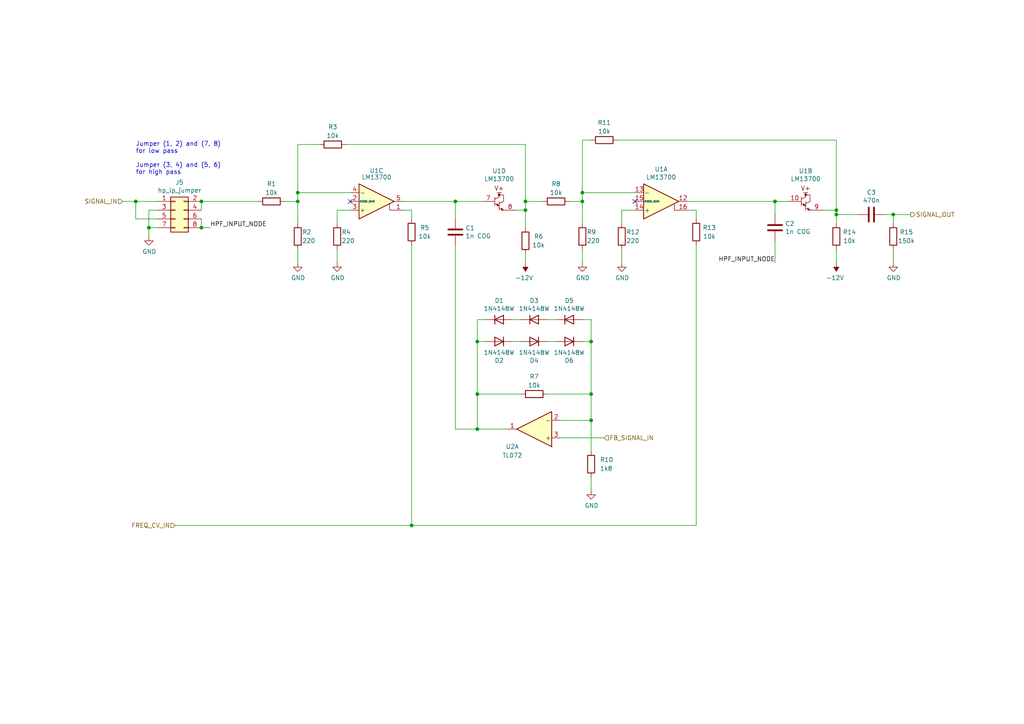
<source format=kicad_sch>
(kicad_sch (version 20211123) (generator eeschema)
  (paper "A4")
  (title_block (title "Late MS20 VCF plug-in board") (date "2022-07-29") (rev "0.1") (comment 1 "creativecommons.org/licenses/by/4.0/") (comment 2 "License: CC by 4.0") (comment 3 "Author: Jordan Aceto"))
  (lib_symbols
    (symbol "Amplifier_Operational:LM13700" (pin_names (offset 0.127))
      (property "Reference" "U" (at 3.81 5.08 0))
      (property "Value" "LM13700" (at 5.08 -5.08 0))
      (symbol "LM13700_1_1"
        (polyline (pts (xy 3.81 -0.635) (xy 3.81 -2.54) (xy 5.08 -2.54)))
        (polyline (pts (xy 5.08 0) (xy -5.08 -5.08) (xy -5.08 5.08) (xy 5.08 0)) (stroke (width 0.254)) (fill (type background)))
        (pin output line (at 7.62 0 180) (length 2.54) (name "~") (number "12"))
        (pin input line (at -7.62 2.54 0) (length 2.54) (name "-") (number "13"))
        (pin input line (at -7.62 -2.54 0) (length 2.54) (name "+") (number "14"))
        (pin input line (at -7.62 0 0) (length 2.54) (name "DIODE_BIAS") (number "15"))
        (pin input line (at 7.62 -2.54 180) (length 2.54) (name "~") (number "16"))
      )
      (symbol "LM13700_2_0"
        (polyline (pts (xy -1.905 2.54) (xy -3.175 2.54)))
      )
      (symbol "LM13700_2_1"
        (circle (center -2.54 1.905) (radius 0.254) (stroke (width 0.254)) (fill (type outline)))
        (polyline (pts (xy -3.81 -0.635) (xy -2.54 -1.27)))
        (polyline (pts (xy -3.81 1.27) (xy -3.81 -1.27)))
        (polyline (pts (xy -2.54 -1.905) (xy -1.27 -2.54)))
        (polyline (pts (xy -2.54 0) (xy -2.54 -2.54)))
        (polyline (pts (xy -3.81 0.635) (xy -2.54 1.27) (xy -2.54 1.905) (xy -2.54 2.54)))
        (polyline (pts (xy -2.54 -1.27) (xy -3.175 -0.635) (xy -3.175 -1.27) (xy -2.54 -1.27)) (fill (type outline)))
        (polyline (pts (xy -2.54 -0.635) (xy -1.27 0) (xy -1.27 1.905) (xy -2.54 1.905)))
        (polyline (pts (xy -1.27 -2.54) (xy -1.905 -1.905) (xy -1.905 -2.54) (xy -1.27 -2.54)) (fill (type outline)))
        (text "V+" (at -2.54 3.81 0) (effects (font (size 1.27 1.27))))
        (pin input line (at -7.62 0 0) (length 3.81) (name "~") (number "10"))
        (pin output line (at 2.54 -2.54 180) (length 3.81) (name "~") (number "9"))
      )
      (symbol "LM13700_3_1"
        (polyline (pts (xy 3.81 -0.635) (xy 3.81 -2.54) (xy 5.08 -2.54)))
        (polyline (pts (xy 5.08 0) (xy -5.08 -5.08) (xy -5.08 5.08) (xy 5.08 0)) (stroke (width 0.254)) (fill (type background)))
        (pin input line (at 7.62 -2.54 180) (length 2.54) (name "~") (number "1"))
        (pin input line (at -7.62 0 0) (length 2.54) (name "DIODE_BIAS") (number "2"))
        (pin input line (at -7.62 -2.54 0) (length 2.54) (name "+") (number "3"))
        (pin input line (at -7.62 2.54 0) (length 2.54) (name "-") (number "4"))
        (pin output line (at 7.62 0 180) (length 2.54) (name "~") (number "5"))
      )
      (symbol "LM13700_4_0"
        (polyline (pts (xy -3.175 2.54) (xy -1.905 2.54)))
        (text "V+" (at -2.54 3.81 0) (effects (font (size 1.27 1.27))))
      )
      (symbol "LM13700_4_1"
        (circle (center -2.54 1.905) (radius 0.254) (stroke (width 0.254)) (fill (type outline)))
        (polyline (pts (xy -3.81 -0.635) (xy -2.54 -1.27)))
        (polyline (pts (xy -3.81 1.27) (xy -3.81 -1.27)))
        (polyline (pts (xy -2.54 -1.905) (xy -1.27 -2.54)))
        (polyline (pts (xy -2.54 0) (xy -2.54 -2.54)))
        (polyline (pts (xy -3.81 0.635) (xy -2.54 1.27) (xy -2.54 2.54)))
        (polyline (pts (xy -2.54 -1.27) (xy -3.175 -0.635) (xy -3.175 -1.27) (xy -2.54 -1.27)) (fill (type outline)))
        (polyline (pts (xy -2.54 -0.635) (xy -1.27 0) (xy -1.27 1.905) (xy -2.54 1.905)))
        (polyline (pts (xy -1.27 -2.54) (xy -1.905 -1.905) (xy -1.905 -2.54) (xy -1.27 -2.54)) (fill (type outline)))
        (pin input line (at -7.62 0 0) (length 3.81) (name "~") (number "7"))
        (pin output line (at 2.54 -2.54 180) (length 3.81) (name "~") (number "8"))
      )
      (symbol "LM13700_5_1"
        (pin power_in line (at -2.54 7.62 270) (length 3.81) (name "V+") (number "11"))
        (pin power_in line (at -2.54 -7.62 90) (length 3.81) (name "V-") (number "6"))
      )
    )
    (symbol "Amplifier_Operational:TL072" (pin_names (offset 0.127))
      (property "Reference" "U" (at 0 5.08 0))
      (property "Value" "TL072" (at 0 -5.08 0))
      (symbol "TL072_1_1"
        (polyline (pts (xy -5.08 5.08) (xy 5.08 0) (xy -5.08 -5.08) (xy -5.08 5.08)) (stroke (width 0.254)) (fill (type background)))
        (pin output line (at 7.62 0 180) (length 2.54) (name "~") (number "1"))
        (pin input line (at -7.62 -2.54 0) (length 2.54) (name "-") (number "2"))
        (pin input line (at -7.62 2.54 0) (length 2.54) (name "+") (number "3"))
      )
      (symbol "TL072_2_1"
        (polyline (pts (xy -5.08 5.08) (xy 5.08 0) (xy -5.08 -5.08) (xy -5.08 5.08)) (stroke (width 0.254)) (fill (type background)))
        (pin input line (at -7.62 2.54 0) (length 2.54) (name "+") (number "5"))
        (pin input line (at -7.62 -2.54 0) (length 2.54) (name "-") (number "6"))
        (pin output line (at 7.62 0 180) (length 2.54) (name "~") (number "7"))
      )
      (symbol "TL072_3_1"
        (pin power_in line (at -2.54 -7.62 90) (length 3.81) (name "V-") (number "4"))
        (pin power_in line (at -2.54 7.62 270) (length 3.81) (name "V+") (number "8"))
      )
    )
    (symbol "Connector_Generic:Conn_02x04_Odd_Even" (pin_names (offset 1.016) hide)
      (property "Reference" "J" (at 1.27 5.08 0))
      (property "Value" "Conn_02x04_Odd_Even" (at 1.27 -7.62 0))
      (symbol "Conn_02x04_Odd_Even_1_1"
        (rectangle (start -1.27 -4.953) (end 0 -5.207) (stroke (width 0.1524)))
        (rectangle (start -1.27 -2.413) (end 0 -2.667) (stroke (width 0.1524)))
        (rectangle (start -1.27 0.127) (end 0 -0.127) (stroke (width 0.1524)))
        (rectangle (start -1.27 2.667) (end 0 2.413) (stroke (width 0.1524)))
        (rectangle (start -1.27 3.81) (end 3.81 -6.35) (stroke (width 0.254)) (fill (type background)))
        (rectangle (start 3.81 -4.953) (end 2.54 -5.207) (stroke (width 0.1524)))
        (rectangle (start 3.81 -2.413) (end 2.54 -2.667) (stroke (width 0.1524)))
        (rectangle (start 3.81 0.127) (end 2.54 -0.127) (stroke (width 0.1524)))
        (rectangle (start 3.81 2.667) (end 2.54 2.413) (stroke (width 0.1524)))
        (pin passive line (at -5.08 2.54 0) (length 3.81) (name "Pin_1") (number "1"))
        (pin passive line (at 7.62 2.54 180) (length 3.81) (name "Pin_2") (number "2"))
        (pin passive line (at -5.08 0 0) (length 3.81) (name "Pin_3") (number "3"))
        (pin passive line (at 7.62 0 180) (length 3.81) (name "Pin_4") (number "4"))
        (pin passive line (at -5.08 -2.54 0) (length 3.81) (name "Pin_5") (number "5"))
        (pin passive line (at 7.62 -2.54 180) (length 3.81) (name "Pin_6") (number "6"))
        (pin passive line (at -5.08 -5.08 0) (length 3.81) (name "Pin_7") (number "7"))
        (pin passive line (at 7.62 -5.08 180) (length 3.81) (name "Pin_8") (number "8"))
      )
    )
    (symbol "Device:C" (pin_numbers hide) (pin_names (offset 0.254))
      (property "Reference" "C" (at 0.635 2.54 0))
      (property "Value" "C" (at 0.635 -2.54 0))
      (symbol "C_0_1"
        (polyline (pts (xy -2.032 -0.762) (xy 2.032 -0.762)) (stroke (width 0.508)))
        (polyline (pts (xy -2.032 0.762) (xy 2.032 0.762)) (stroke (width 0.508)))
      )
      (symbol "C_1_1"
        (pin passive line (at 0 3.81 270) (length 2.794) (name "~") (number "1"))
        (pin passive line (at 0 -3.81 90) (length 2.794) (name "~") (number "2"))
      )
    )
    (symbol "Device:R" (pin_numbers hide) (pin_names (offset 0))
      (property "Reference" "R" (at 2.032 0 90))
      (property "Value" "R" (at 0 0 90))
      (symbol "R_0_1"
        (rectangle (start -1.016 -2.54) (end 1.016 2.54) (stroke (width 0.254)))
      )
      (symbol "R_1_1"
        (pin passive line (at 0 3.81 270) (length 1.27) (name "~") (number "1"))
        (pin passive line (at 0 -3.81 90) (length 1.27) (name "~") (number "2"))
      )
    )
    (symbol "Diode:1N4148W" (pin_numbers hide) (pin_names (offset 1.016) hide)
      (property "Reference" "D" (at 0 2.54 0))
      (property "Value" "1N4148W" (at 0 -2.54 0))
      (symbol "1N4148W_0_1"
        (polyline (pts (xy -1.27 1.27) (xy -1.27 -1.27)) (stroke (width 0.254)))
        (polyline (pts (xy 1.27 0) (xy -1.27 0)))
        (polyline (pts (xy 1.27 1.27) (xy 1.27 -1.27) (xy -1.27 0) (xy 1.27 1.27)) (stroke (width 0.254)))
      )
      (symbol "1N4148W_1_1"
        (pin passive line (at -3.81 0 0) (length 2.54) (name "K") (number "1"))
        (pin passive line (at 3.81 0 180) (length 2.54) (name "A") (number "2"))
      )
    )
    (symbol "power:-12V" (power) (pin_names (offset 0))
      (property "Value" "-12V" (at 0 3.81 0))
      (symbol "-12V_0_0"
        (pin power_in line (at 0 0 90) (length 0) hide (name "-12V") (number "1"))
      )
      (symbol "-12V_0_1"
        (polyline (pts (xy 0 0) (xy 0 1.27) (xy 0.762 1.27) (xy 0 2.54) (xy -0.762 1.27) (xy 0 1.27)) (fill (type outline)))
      )
    )
    (symbol "power:GND" (power) (pin_names (offset 0))
      (property "Value" "GND" (at 0 -3.81 0))
      (symbol "GND_0_1"
        (polyline (pts (xy 0 0) (xy 0 -1.27) (xy 1.27 -1.27) (xy 0 -2.54) (xy -1.27 -1.27) (xy 0 -1.27)))
      )
      (symbol "GND_1_1"
        (pin power_in line (at 0 0 270) (length 0) hide (name "GND") (number "1"))
      )
    )
  )
  (junction (at 43.18 66.04))
  (junction (at 119.38 152.4))
  (junction (at 259.08 62.23))
  (junction (at 224.79 58.42))
  (junction (at 138.43 99.06))
  (junction (at 171.45 121.92))
  (junction (at 168.91 58.42))
  (junction (at 86.36 55.88))
  (junction (at 242.57 62.23))
  (junction (at 171.45 99.06))
  (junction (at 138.43 124.46))
  (junction (at 58.42 58.42))
  (junction (at 58.42 66.04))
  (junction (at 86.36 58.42))
  (junction (at 138.43 114.3))
  (junction (at 39.37 58.42))
  (junction (at 171.45 114.3))
  (junction (at 152.4 58.42))
  (junction (at 242.57 60.96))
  (junction (at 132.08 58.42))
  (junction (at 168.91 55.88))
  (junction (at 152.4 60.96))
  (no_connect (at 184.15 58.42))
  (no_connect (at 101.6 58.42))
  (wire (pts (xy 180.34 72.39) (xy 180.34 76.2)))
  (wire (pts (xy 171.45 121.92) (xy 171.45 114.3)))
  (wire (pts (xy 43.18 66.04) (xy 45.72 66.04)))
  (wire (pts (xy 39.37 63.5) (xy 39.37 58.42)))
  (wire (pts (xy 242.57 64.77) (xy 242.57 62.23)))
  (wire (pts (xy 162.56 121.92) (xy 171.45 121.92)))
  (wire (pts (xy 180.34 64.77) (xy 180.34 60.96)))
  (wire (pts (xy 86.36 41.91) (xy 86.36 55.88)))
  (wire (pts (xy 58.42 58.42) (xy 58.42 60.96)))
  (wire (pts (xy 119.38 60.96) (xy 116.84 60.96)))
  (wire (pts (xy 152.4 60.96) (xy 149.86 60.96)))
  (wire (pts (xy 119.38 152.4) (xy 201.93 152.4)))
  (wire (pts (xy 180.34 60.96) (xy 184.15 60.96)))
  (wire (pts (xy 86.36 64.77) (xy 86.36 58.42)))
  (wire (pts (xy 201.93 60.96) (xy 199.39 60.96)))
  (wire (pts (xy 132.08 124.46) (xy 132.08 71.12)))
  (wire (pts (xy 119.38 71.12) (xy 119.38 152.4)))
  (wire (pts (xy 171.45 92.71) (xy 171.45 99.06)))
  (wire (pts (xy 171.45 40.64) (xy 168.91 40.64)))
  (wire (pts (xy 259.08 72.39) (xy 259.08 76.2)))
  (wire (pts (xy 264.16 62.23) (xy 259.08 62.23)))
  (wire (pts (xy 242.57 60.96) (xy 238.76 60.96)))
  (wire (pts (xy 168.91 72.39) (xy 168.91 76.2)))
  (wire (pts (xy 139.7 58.42) (xy 132.08 58.42)))
  (wire (pts (xy 151.13 99.06) (xy 148.59 99.06)))
  (wire (pts (xy 228.6 58.42) (xy 224.79 58.42)))
  (wire (pts (xy 152.4 41.91) (xy 100.33 41.91)))
  (wire (pts (xy 224.79 69.85) (xy 224.79 76.2)))
  (wire (pts (xy 86.36 58.42) (xy 86.36 55.88)))
  (wire (pts (xy 168.91 55.88) (xy 184.15 55.88)))
  (wire (pts (xy 97.79 72.39) (xy 97.79 76.2)))
  (wire (pts (xy 224.79 62.23) (xy 224.79 58.42)))
  (wire (pts (xy 58.42 63.5) (xy 58.42 66.04)))
  (wire (pts (xy 138.43 124.46) (xy 147.32 124.46)))
  (wire (pts (xy 152.4 60.96) (xy 152.4 66.04)))
  (wire (pts (xy 43.18 68.58) (xy 43.18 66.04)))
  (wire (pts (xy 165.1 58.42) (xy 168.91 58.42)))
  (wire (pts (xy 168.91 40.64) (xy 168.91 55.88)))
  (wire (pts (xy 119.38 63.5) (xy 119.38 60.96)))
  (wire (pts (xy 248.92 62.23) (xy 242.57 62.23)))
  (wire (pts (xy 168.91 99.06) (xy 171.45 99.06)))
  (wire (pts (xy 171.45 130.81) (xy 171.45 121.92)))
  (wire (pts (xy 168.91 55.88) (xy 168.91 58.42)))
  (wire (pts (xy 86.36 72.39) (xy 86.36 76.2)))
  (wire (pts (xy 157.48 58.42) (xy 152.4 58.42)))
  (wire (pts (xy 148.59 92.71) (xy 151.13 92.71)))
  (wire (pts (xy 132.08 58.42) (xy 116.84 58.42)))
  (wire (pts (xy 138.43 92.71) (xy 138.43 99.06)))
  (wire (pts (xy 138.43 99.06) (xy 138.43 114.3)))
  (wire (pts (xy 259.08 64.77) (xy 259.08 62.23)))
  (wire (pts (xy 242.57 40.64) (xy 242.57 60.96)))
  (wire (pts (xy 138.43 92.71) (xy 140.97 92.71)))
  (wire (pts (xy 152.4 58.42) (xy 152.4 60.96)))
  (wire (pts (xy 259.08 62.23) (xy 256.54 62.23)))
  (wire (pts (xy 60.96 66.04) (xy 58.42 66.04)))
  (wire (pts (xy 175.26 127) (xy 162.56 127)))
  (wire (pts (xy 171.45 138.43) (xy 171.45 142.24)))
  (wire (pts (xy 82.55 58.42) (xy 86.36 58.42)))
  (wire (pts (xy 138.43 124.46) (xy 132.08 124.46)))
  (wire (pts (xy 179.07 40.64) (xy 242.57 40.64)))
  (wire (pts (xy 171.45 99.06) (xy 171.45 114.3)))
  (wire (pts (xy 97.79 64.77) (xy 97.79 60.96)))
  (wire (pts (xy 43.18 66.04) (xy 43.18 60.96)))
  (wire (pts (xy 224.79 58.42) (xy 199.39 58.42)))
  (wire (pts (xy 140.97 99.06) (xy 138.43 99.06)))
  (wire (pts (xy 45.72 63.5) (xy 39.37 63.5)))
  (wire (pts (xy 242.57 72.39) (xy 242.57 76.2)))
  (wire (pts (xy 35.56 58.42) (xy 39.37 58.42)))
  (wire (pts (xy 161.29 99.06) (xy 158.75 99.06)))
  (wire (pts (xy 152.4 73.66) (xy 152.4 76.2)))
  (wire (pts (xy 168.91 92.71) (xy 171.45 92.71)))
  (wire (pts (xy 152.4 41.91) (xy 152.4 58.42)))
  (wire (pts (xy 168.91 58.42) (xy 168.91 64.77)))
  (wire (pts (xy 132.08 63.5) (xy 132.08 58.42)))
  (wire (pts (xy 86.36 41.91) (xy 92.71 41.91)))
  (wire (pts (xy 158.75 92.71) (xy 161.29 92.71)))
  (wire (pts (xy 43.18 60.96) (xy 45.72 60.96)))
  (wire (pts (xy 201.93 63.5) (xy 201.93 60.96)))
  (wire (pts (xy 138.43 114.3) (xy 138.43 124.46)))
  (wire (pts (xy 58.42 58.42) (xy 74.93 58.42)))
  (wire (pts (xy 151.13 114.3) (xy 138.43 114.3)))
  (wire (pts (xy 97.79 60.96) (xy 101.6 60.96)))
  (wire (pts (xy 39.37 58.42) (xy 45.72 58.42)))
  (wire (pts (xy 242.57 62.23) (xy 242.57 60.96)))
  (wire (pts (xy 201.93 71.12) (xy 201.93 152.4)))
  (wire (pts (xy 50.8 152.4) (xy 119.38 152.4)))
  (wire (pts (xy 171.45 114.3) (xy 158.75 114.3)))
  (wire (pts (xy 86.36 55.88) (xy 101.6 55.88)))
  (text "Jumper (1, 2) and (7, 8)\nfor low pass\n\nJumper (3, 4) and (5, 6)\nfor high pass" (at 39.37 50.8 0) (effects (font (size 1.27 1.27)) (justify left bottom)))
  (label "HPF_INPUT_NODE" (at 224.79 76.2 180))
  (label "HPF_INPUT_NODE" (at 60.96 66.04 0))
  (hierarchical_label "SIGNAL_OUT" (shape output) (at 264.16 62.23 0))
  (hierarchical_label "FB_SIGNAL_IN" (shape input) (at 175.26 127 0))
  (hierarchical_label "SIGNAL_IN" (shape input) (at 35.56 58.42 180))
  (hierarchical_label "FREQ_CV_IN" (shape input) (at 50.8 152.4 180))
  (symbol (lib_id "Device:C") (at 132.08 67.31 0) (unit 1)
    (property "Reference" "C1" (at 135.001 66.1416 0) (effects (justify left)))
    (property "Value" "1n COG" (at 135.001 68.453 0) (effects (justify left)))
    (property "Footprint" "Capacitor_SMD:C_0805_2012Metric" (effects hide))
  )
  (symbol (lib_id "Device:R") (at 97.79 68.58 0) (unit 1)
    (property "Reference" "R4" (at 99.06 67.31 0) (effects (justify left)))
    (property "Value" "220" (at 99.06 69.85 0) (effects (justify left)))
    (property "Footprint" "Resistor_SMD:R_0603_1608Metric" (effects hide))
  )
  (symbol (lib_id "power:GND") (at 97.79 76.2 0) (unit 1)
    (property "Reference" "#PWR09" (effects hide))
    (property "Value" "GND" (at 97.917 80.5942 0))
  )
  (symbol (lib_id "Device:R") (at 86.36 68.58 0) (unit 1)
    (property "Reference" "R2" (at 87.63 67.31 0) (effects (justify left)))
    (property "Value" "220" (at 87.63 69.85 0) (effects (justify left)))
    (property "Footprint" "Resistor_SMD:R_0603_1608Metric" (effects hide))
  )
  (symbol (lib_id "power:GND") (at 86.36 76.2 0) (unit 1)
    (property "Reference" "#PWR08" (effects hide))
    (property "Value" "GND" (at 86.487 80.5942 0))
  )
  (symbol (lib_id "Device:C") (at 224.79 66.04 0) (unit 1)
    (property "Reference" "C2" (at 227.711 64.8716 0) (effects (justify left)))
    (property "Value" "1n COG" (at 227.711 67.183 0) (effects (justify left)))
    (property "Footprint" "Capacitor_SMD:C_0805_2012Metric" (effects hide))
  )
  (symbol (lib_id "Device:R") (at 180.34 68.58 0) (unit 1)
    (property "Reference" "R12" (at 181.61 67.31 0) (effects (justify left)))
    (property "Value" "220" (at 181.61 69.85 0) (effects (justify left)))
    (property "Footprint" "Resistor_SMD:R_0603_1608Metric" (effects hide))
  )
  (symbol (lib_id "power:GND") (at 180.34 76.2 0) (unit 1)
    (property "Reference" "#PWR013" (effects hide))
    (property "Value" "GND" (at 180.467 80.5942 0))
  )
  (symbol (lib_id "Device:R") (at 168.91 68.58 0) (unit 1)
    (property "Reference" "R9" (at 170.18 67.31 0) (effects (justify left)))
    (property "Value" "220" (at 170.18 69.85 0) (effects (justify left)))
    (property "Footprint" "Resistor_SMD:R_0603_1608Metric" (effects hide))
  )
  (symbol (lib_id "power:GND") (at 168.91 76.2 0) (unit 1)
    (property "Reference" "#PWR011" (effects hide))
    (property "Value" "GND" (at 169.037 80.5942 0))
  )
  (symbol (lib_id "Device:R") (at 96.52 41.91 270) (unit 1)
    (property "Reference" "R3" (at 96.52 36.83 90))
    (property "Value" "10k" (at 96.52 39.37 90))
    (property "Footprint" "Resistor_SMD:R_0603_1608Metric" (effects hide))
  )
  (symbol (lib_id "Device:R") (at 175.26 40.64 270) (unit 1)
    (property "Reference" "R11" (at 175.26 35.56 90))
    (property "Value" "10k" (at 175.26 38.1 90))
    (property "Footprint" "Resistor_SMD:R_0603_1608Metric" (effects hide))
  )
  (symbol (lib_id "Device:R") (at 161.29 58.42 270) (unit 1)
    (property "Reference" "R8" (at 161.29 53.34 90))
    (property "Value" "10k" (at 161.29 55.88 90))
    (property "Footprint" "Resistor_SMD:R_0603_1608Metric" (effects hide))
  )
  (symbol (lib_id "Device:C") (at 252.73 62.23 270) (unit 1)
    (property "Reference" "C3" (at 252.73 55.8292 90))
    (property "Value" "470n" (at 252.73 58.1406 90))
    (property "Footprint" "Capacitor_THT:C_Rect_L7.0mm_W3.5mm_P5.00mm" (effects hide))
  )
  (symbol (lib_id "Device:R") (at 154.94 114.3 270) (unit 1)
    (property "Reference" "R7" (at 154.94 109.22 90))
    (property "Value" "10k" (at 154.94 111.76 90))
    (property "Footprint" "Resistor_SMD:R_0603_1608Metric" (effects hide))
  )
  (symbol (lib_id "Device:R") (at 171.45 134.62 0) (unit 1)
    (property "Reference" "R10" (at 173.99 133.35 0) (effects (justify left)))
    (property "Value" "1k8" (at 173.99 135.89 0) (effects (justify left)))
    (property "Footprint" "Resistor_SMD:R_0603_1608Metric" (effects hide))
  )
  (symbol (lib_id "power:GND") (at 171.45 142.24 0) (unit 1)
    (property "Reference" "#PWR012" (effects hide))
    (property "Value" "GND" (at 171.577 146.6342 0))
  )
  (symbol (lib_id "Device:R") (at 201.93 67.31 180) (unit 1)
    (property "Reference" "R13" (at 205.74 66.04 0))
    (property "Value" "10k" (at 205.74 68.58 0))
    (property "Footprint" "Resistor_SMD:R_0603_1608Metric" (effects hide))
  )
  (symbol (lib_id "Device:R") (at 119.38 67.31 180) (unit 1)
    (property "Reference" "R5" (at 123.19 66.04 0))
    (property "Value" "10k" (at 123.19 68.58 0))
    (property "Footprint" "Resistor_SMD:R_0603_1608Metric" (effects hide))
  )
  (symbol (lib_id "power:GND") (at 43.18 68.58 0) (unit 1)
    (property "Reference" "#PWR07" (effects hide))
    (property "Value" "GND" (at 43.307 72.9742 0))
  )
  (symbol (lib_id "Device:R") (at 78.74 58.42 270) (unit 1)
    (property "Reference" "R1" (at 78.74 53.34 90))
    (property "Value" "10k" (at 78.74 55.88 90))
    (property "Footprint" "Resistor_SMD:R_0603_1608Metric" (effects hide))
  )
  (symbol (lib_id "Amplifier_Operational:LM13700") (at 191.77 58.42 0) (unit 1)
    (property "Reference" "U1" (at 191.77 49.0982 0))
    (property "Value" "LM13700" (at 191.77 51.4096 0))
    (property "Footprint" "Package_SO:SOIC-16_3.9x9.9mm_P1.27mm" (effects hide))
    (property "Datasheet" "http://www.ti.com/lit/ds/symlink/lm13700.pdf" (effects hide))
  )
  (symbol (lib_id "Amplifier_Operational:LM13700") (at 109.22 58.42 0) (unit 3)
    (property "Reference" "U1" (at 109.22 49.53 0))
    (property "Value" "LM13700" (at 109.22 51.4096 0))
    (property "Footprint" "Package_SO:SOIC-16_3.9x9.9mm_P1.27mm" (effects hide))
    (property "Datasheet" "http://www.ti.com/lit/ds/symlink/lm13700.pdf" (effects hide))
  )
  (symbol (lib_id "Connector_Generic:Conn_02x04_Odd_Even") (at 50.8 60.96 0) (unit 1)
    (property "Reference" "J5" (at 52.07 52.9082 0))
    (property "Value" "hp_lp_jumper" (at 52.07 55.2196 0))
    (property "Footprint" "Connector_PinHeader_2.54mm:PinHeader_2x04_P2.54mm_Vertical" (effects hide))
  )
  (symbol (lib_id "Amplifier_Operational:LM13700") (at 147.32 58.42 0) (unit 4)
    (property "Reference" "U1" (at 144.78 49.5808 0))
    (property "Value" "LM13700" (at 144.78 51.8922 0))
    (property "Footprint" "Package_SO:SOIC-16_3.9x9.9mm_P1.27mm" (effects hide))
    (property "Datasheet" "http://www.ti.com/lit/ds/symlink/lm13700.pdf" (effects hide))
  )
  (symbol (lib_id "Amplifier_Operational:LM13700") (at 236.22 58.42 0) (unit 2)
    (property "Reference" "U1" (at 233.68 49.5808 0))
    (property "Value" "LM13700" (at 233.68 51.8922 0))
    (property "Footprint" "Package_SO:SOIC-16_3.9x9.9mm_P1.27mm" (effects hide))
    (property "Datasheet" "http://www.ti.com/lit/ds/symlink/lm13700.pdf" (effects hide))
  )
  (symbol (lib_id "Amplifier_Operational:TL072") (at 154.94 124.46 180) (unit 1)
    (property "Reference" "U2" (at 148.59 129.54 0))
    (property "Value" "TL072" (at 148.59 132.08 0))
    (property "Footprint" "Package_SO:SOIC-8_3.9x4.9mm_P1.27mm" (effects hide))
    (property "Datasheet" "http://www.ti.com/lit/ds/symlink/tl071.pdf" (effects hide))
  )
  (symbol (lib_id "Device:R") (at 152.4 69.85 180) (unit 1)
    (property "Reference" "R6" (at 156.21 68.58 0))
    (property "Value" "10k" (at 156.21 71.12 0))
    (property "Footprint" "Resistor_SMD:R_0603_1608Metric" (effects hide))
  )
  (symbol (lib_id "power:-12V") (at 152.4 76.2 180) (unit 1)
    (property "Reference" "#PWR010" (effects hide))
    (property "Value" "-12V" (at 152.019 80.5942 0))
  )
  (symbol (lib_id "Device:R") (at 242.57 68.58 180) (unit 1)
    (property "Reference" "R14" (at 246.38 67.31 0))
    (property "Value" "10k" (at 246.38 69.85 0))
    (property "Footprint" "Resistor_SMD:R_0603_1608Metric" (effects hide))
  )
  (symbol (lib_id "power:-12V") (at 242.57 76.2 180) (unit 1)
    (property "Reference" "#PWR014" (effects hide))
    (property "Value" "-12V" (at 242.189 80.5942 0))
  )
  (symbol (lib_id "Diode:1N4148W") (at 165.1 92.71 0) (unit 1)
    (property "Reference" "D5" (at 165.1 87.1982 0))
    (property "Value" "1N4148W" (at 165.1 89.5096 0))
    (property "Footprint" "Diode_SMD:D_SOD-123" (effects hide))
    (property "Datasheet" "https://www.vishay.com/docs/85748/1n4148w.pdf" (effects hide))
  )
  (symbol (lib_id "Diode:1N4148W") (at 154.94 92.71 0) (unit 1)
    (property "Reference" "D3" (at 154.94 87.1982 0))
    (property "Value" "1N4148W" (at 154.94 89.5096 0))
    (property "Footprint" "Diode_SMD:D_SOD-123" (effects hide))
    (property "Datasheet" "https://www.vishay.com/docs/85748/1n4148w.pdf" (effects hide))
  )
  (symbol (lib_id "Diode:1N4148W") (at 144.78 92.71 0) (unit 1)
    (property "Reference" "D1" (at 144.78 87.1982 0))
    (property "Value" "1N4148W" (at 144.78 89.5096 0))
    (property "Footprint" "Diode_SMD:D_SOD-123" (effects hide))
    (property "Datasheet" "https://www.vishay.com/docs/85748/1n4148w.pdf" (effects hide))
  )
  (symbol (lib_id "Diode:1N4148W") (at 144.78 99.06 180) (unit 1)
    (property "Reference" "D2" (at 144.78 104.5718 0))
    (property "Value" "1N4148W" (at 144.78 102.2604 0))
    (property "Footprint" "Diode_SMD:D_SOD-123" (effects hide))
    (property "Datasheet" "https://www.vishay.com/docs/85748/1n4148w.pdf" (effects hide))
  )
  (symbol (lib_id "Diode:1N4148W") (at 154.94 99.06 180) (unit 1)
    (property "Reference" "D4" (at 154.94 104.5718 0))
    (property "Value" "1N4148W" (at 154.94 102.2604 0))
    (property "Footprint" "Diode_SMD:D_SOD-123" (effects hide))
    (property "Datasheet" "https://www.vishay.com/docs/85748/1n4148w.pdf" (effects hide))
  )
  (symbol (lib_id "Diode:1N4148W") (at 165.1 99.06 180) (unit 1)
    (property "Reference" "D6" (at 165.1 104.5718 0))
    (property "Value" "1N4148W" (at 165.1 102.2604 0))
    (property "Footprint" "Diode_SMD:D_SOD-123" (effects hide))
    (property "Datasheet" "https://www.vishay.com/docs/85748/1n4148w.pdf" (effects hide))
  )
  (symbol (lib_id "Device:R") (at 259.08 68.58 180) (unit 1)
    (property "Reference" "R15" (at 262.89 67.31 0))
    (property "Value" "150k" (at 262.89 69.85 0))
    (property "Footprint" "Resistor_SMD:R_0603_1608Metric" (effects hide))
  )
  (symbol (lib_id "power:GND") (at 259.08 76.2 0) (unit 1)
    (property "Reference" "#PWR015" (effects hide))
    (property "Value" "GND" (at 259.207 80.5942 0))
  )
)
</source>
